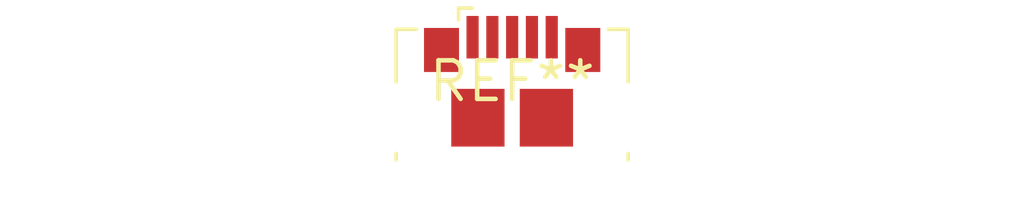
<source format=kicad_pcb>
(kicad_pcb (version 20240108) (generator pcbnew)
  (layers (0 "F.Cu" signal) (31 "B.Cu" signal) (34 "B.Paste" user) (35 "F.Paste" user) (36 "B.SilkS" user "B.Silkscreen") (37 "F.SilkS" user "F.Silkscreen") (38 "B.Mask" user) (39 "F.Mask" user) (44 "Edge.Cuts" user))
  (net 0 "")
  (footprint "USB_Micro-B_GCT_USB3076-30-A" (layer "F.Cu") (at 0 0)
    (property "Reference" "REF**")
    (property "Value" "USB_Micro-B_GCT_USB3076-30-A")
    (fp_line (start -3.81 -1.71) (end -3.15 -1.71) (layer "F.SilkS") (stroke (width 0.12)))
    (fp_line (start -3.81 0.02) (end -3.81 -1.71) (layer "F.SilkS") (stroke (width 0.12)))
    (fp_line (start -3.81 2.59) (end -3.81 2.38) (layer "F.SilkS") (stroke (width 0.12)))
    (fp_line (start -1.76 -2.41) (end -1.76 -2.02) (layer "F.SilkS") (stroke (width 0.12)))
    (fp_line (start -1.76 -2.41) (end -1.31 -2.41) (layer "F.SilkS") (stroke (width 0.12)))
    (fp_line (start 3.81 -1.71) (end 3.16 -1.71) (layer "F.SilkS") (stroke (width 0.12)))
    (fp_line (start 3.81 0.02) (end 3.81 -1.71) (layer "F.SilkS") (stroke (width 0.12)))
    (fp_line (start 3.81 2.59) (end 3.81 2.38) (layer "F.SilkS") (stroke (width 0.12)))
    (pad "1" smd rect (at -1.3 -1.45) (size 0.4 1.4) (layers "F.Cu" "F.Paste" "F.Mask"))
    (pad "2" smd rect (at -0.65 -1.45) (size 0.4 1.4) (layers "F.Cu" "F.Paste" "F.Mask"))
    (pad "3" smd rect (at 0 -1.45) (size 0.4 1.4) (layers "F.Cu" "F.Paste" "F.Mask"))
    (pad "4" smd rect (at 0.65 -1.45) (size 0.4 1.4) (layers "F.Cu" "F.Paste" "F.Mask"))
    (pad "5" smd rect (at 1.3 -1.45) (size 0.4 1.4) (layers "F.Cu" "F.Paste" "F.Mask"))
    (pad "6" thru_hole oval (at -3.575 1.2 180) (size 1.05 1.9) (drill oval 0.45 1.25) (layers *.Cu *.Mask) (remove_unused_layers))
    (pad "6" smd rect (at -2.32 -1.03) (size 1.15 1.45) (layers "F.Cu" "F.Paste" "F.Mask"))
    (pad "6" smd rect (at -1.125 1.2) (size 1.75 1.9) (layers "F.Cu" "F.Paste" "F.Mask"))
    (pad "6" smd rect (at 1.125 1.2) (size 1.75 1.9) (layers "F.Cu" "F.Paste" "F.Mask"))
    (pad "6" smd rect (at 2.32 -1.03) (size 1.15 1.45) (layers "F.Cu" "F.Paste" "F.Mask"))
    (pad "6" thru_hole oval (at 3.575 1.2) (size 1.05 1.9) (drill oval 0.45 1.25) (layers *.Cu *.Mask) (remove_unused_layers))
  )
)
</source>
